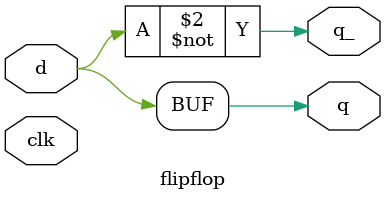
<source format=v>
module flipflop(
	input wire clk, 
	input wire d, 
	output reg q, 
	output reg q_
);
	
	initial begin
			q <= 0;
			q_ <= 1;
	end
	
	always@(clk) 
	begin
		q <= d;
		q_ <= ~d;
	end
endmodule



</source>
